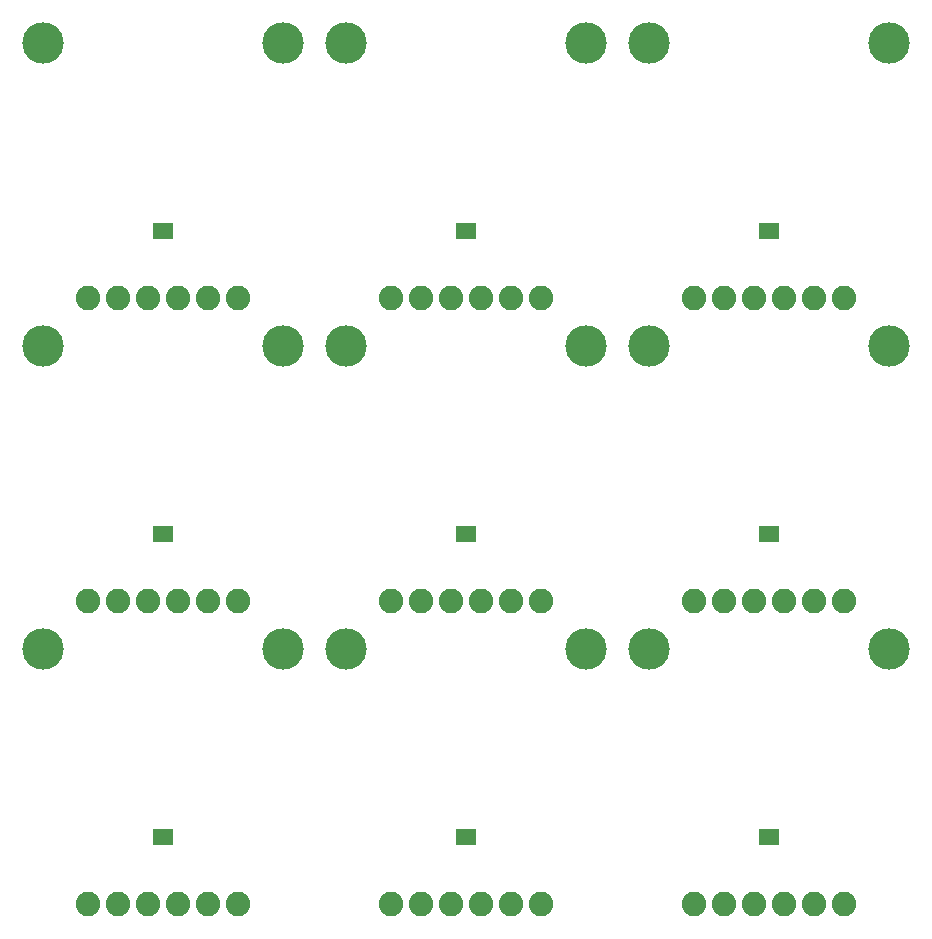
<source format=gbs>
G75*
%MOIN*%
%OFA0B0*%
%FSLAX25Y25*%
%IPPOS*%
%LPD*%
%AMOC8*
5,1,8,0,0,1.08239X$1,22.5*
%
%ADD10C,0.13800*%
%ADD11R,0.03300X0.05800*%
%ADD12C,0.08200*%
D10*
X0064514Y0124965D03*
X0144514Y0124965D03*
X0165519Y0124965D03*
X0245519Y0124965D03*
X0266524Y0124965D03*
X0346524Y0124965D03*
X0346524Y0225969D03*
X0266524Y0225969D03*
X0245519Y0225969D03*
X0165519Y0225969D03*
X0144514Y0225969D03*
X0064514Y0225969D03*
X0064514Y0326974D03*
X0144514Y0326974D03*
X0165519Y0326974D03*
X0245519Y0326974D03*
X0266524Y0326974D03*
X0346524Y0326974D03*
D11*
X0308296Y0264474D03*
X0304752Y0264474D03*
X0207291Y0264474D03*
X0203748Y0264474D03*
X0106286Y0264474D03*
X0102743Y0264474D03*
X0102743Y0163469D03*
X0106286Y0163469D03*
X0203748Y0163469D03*
X0207291Y0163469D03*
X0304752Y0163469D03*
X0308296Y0163469D03*
X0308296Y0062465D03*
X0304752Y0062465D03*
X0207291Y0062465D03*
X0203748Y0062465D03*
X0106286Y0062465D03*
X0102743Y0062465D03*
D12*
X0079514Y0039965D03*
X0089514Y0039965D03*
X0099514Y0039965D03*
X0109514Y0039965D03*
X0119514Y0039965D03*
X0129514Y0039965D03*
X0180519Y0039965D03*
X0190519Y0039965D03*
X0200519Y0039965D03*
X0210519Y0039965D03*
X0220519Y0039965D03*
X0230519Y0039965D03*
X0281524Y0039965D03*
X0291524Y0039965D03*
X0301524Y0039965D03*
X0311524Y0039965D03*
X0321524Y0039965D03*
X0331524Y0039965D03*
X0331524Y0140969D03*
X0321524Y0140969D03*
X0311524Y0140969D03*
X0301524Y0140969D03*
X0291524Y0140969D03*
X0281524Y0140969D03*
X0230519Y0140969D03*
X0220519Y0140969D03*
X0210519Y0140969D03*
X0200519Y0140969D03*
X0190519Y0140969D03*
X0180519Y0140969D03*
X0129514Y0140969D03*
X0119514Y0140969D03*
X0109514Y0140969D03*
X0099514Y0140969D03*
X0089514Y0140969D03*
X0079514Y0140969D03*
X0079514Y0241974D03*
X0089514Y0241974D03*
X0099514Y0241974D03*
X0109514Y0241974D03*
X0119514Y0241974D03*
X0129514Y0241974D03*
X0180519Y0241974D03*
X0190519Y0241974D03*
X0200519Y0241974D03*
X0210519Y0241974D03*
X0220519Y0241974D03*
X0230519Y0241974D03*
X0281524Y0241974D03*
X0291524Y0241974D03*
X0301524Y0241974D03*
X0311524Y0241974D03*
X0321524Y0241974D03*
X0331524Y0241974D03*
M02*

</source>
